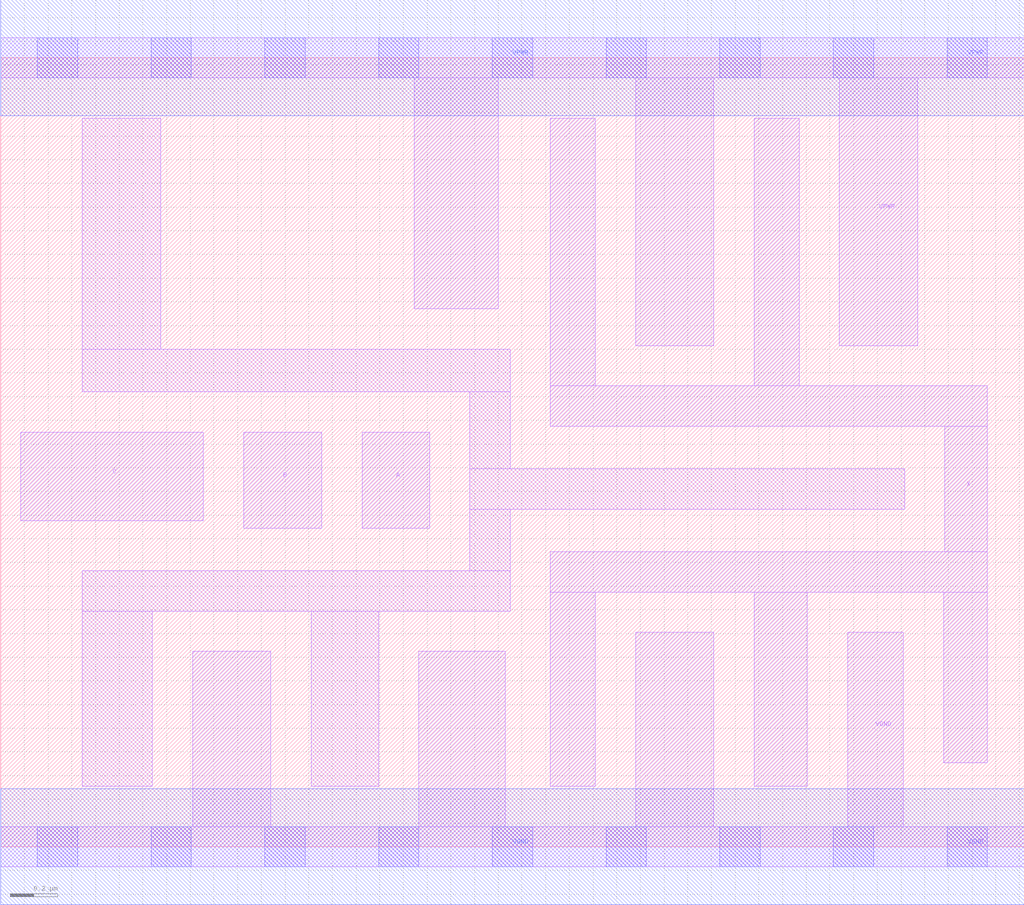
<source format=lef>
# Copyright 2020 The SkyWater PDK Authors
#
# Licensed under the Apache License, Version 2.0 (the "License");
# you may not use this file except in compliance with the License.
# You may obtain a copy of the License at
#
#     https://www.apache.org/licenses/LICENSE-2.0
#
# Unless required by applicable law or agreed to in writing, software
# distributed under the License is distributed on an "AS IS" BASIS,
# WITHOUT WARRANTIES OR CONDITIONS OF ANY KIND, either express or implied.
# See the License for the specific language governing permissions and
# limitations under the License.
#
# SPDX-License-Identifier: Apache-2.0

VERSION 5.7 ;
  NAMESCASESENSITIVE ON ;
  NOWIREEXTENSIONATPIN ON ;
  DIVIDERCHAR "/" ;
  BUSBITCHARS "[]" ;
UNITS
  DATABASE MICRONS 200 ;
END UNITS
MACRO sky130_fd_sc_lp__or3_4
  CLASS CORE ;
  SOURCE USER ;
  FOREIGN sky130_fd_sc_lp__or3_4 ;
  ORIGIN  0.000000  0.000000 ;
  SIZE  4.320000 BY  3.330000 ;
  SYMMETRY X Y R90 ;
  SITE unit ;
  PIN A
    ANTENNAGATEAREA  0.315000 ;
    DIRECTION INPUT ;
    USE SIGNAL ;
    PORT
      LAYER li1 ;
        RECT 1.525000 1.345000 1.810000 1.750000 ;
    END
  END A
  PIN B
    ANTENNAGATEAREA  0.315000 ;
    DIRECTION INPUT ;
    USE SIGNAL ;
    PORT
      LAYER li1 ;
        RECT 1.025000 1.345000 1.355000 1.750000 ;
    END
  END B
  PIN C
    ANTENNAGATEAREA  0.315000 ;
    DIRECTION INPUT ;
    USE SIGNAL ;
    PORT
      LAYER li1 ;
        RECT 0.085000 1.375000 0.855000 1.750000 ;
    END
  END C
  PIN X
    ANTENNADIFFAREA  1.176000 ;
    DIRECTION OUTPUT ;
    USE SIGNAL ;
    PORT
      LAYER li1 ;
        RECT 2.320000 0.255000 2.510000 1.075000 ;
        RECT 2.320000 1.075000 4.165000 1.245000 ;
        RECT 2.320000 1.775000 4.165000 1.945000 ;
        RECT 2.320000 1.945000 2.510000 3.075000 ;
        RECT 3.180000 0.255000 3.405000 1.075000 ;
        RECT 3.180000 1.945000 3.370000 3.075000 ;
        RECT 3.980000 0.355000 4.165000 1.075000 ;
        RECT 3.985000 1.245000 4.165000 1.775000 ;
    END
  END X
  PIN VGND
    DIRECTION INOUT ;
    USE GROUND ;
    PORT
      LAYER li1 ;
        RECT 0.000000 -0.085000 4.320000 0.085000 ;
        RECT 0.810000  0.085000 1.140000 0.825000 ;
        RECT 1.765000  0.085000 2.130000 0.825000 ;
        RECT 2.680000  0.085000 3.010000 0.905000 ;
        RECT 3.575000  0.085000 3.810000 0.905000 ;
      LAYER mcon ;
        RECT 0.155000 -0.085000 0.325000 0.085000 ;
        RECT 0.635000 -0.085000 0.805000 0.085000 ;
        RECT 1.115000 -0.085000 1.285000 0.085000 ;
        RECT 1.595000 -0.085000 1.765000 0.085000 ;
        RECT 2.075000 -0.085000 2.245000 0.085000 ;
        RECT 2.555000 -0.085000 2.725000 0.085000 ;
        RECT 3.035000 -0.085000 3.205000 0.085000 ;
        RECT 3.515000 -0.085000 3.685000 0.085000 ;
        RECT 3.995000 -0.085000 4.165000 0.085000 ;
      LAYER met1 ;
        RECT 0.000000 -0.245000 4.320000 0.245000 ;
    END
  END VGND
  PIN VPWR
    DIRECTION INOUT ;
    USE POWER ;
    PORT
      LAYER li1 ;
        RECT 0.000000 3.245000 4.320000 3.415000 ;
        RECT 1.745000 2.270000 2.100000 3.245000 ;
        RECT 2.680000 2.115000 3.010000 3.245000 ;
        RECT 3.540000 2.115000 3.870000 3.245000 ;
      LAYER mcon ;
        RECT 0.155000 3.245000 0.325000 3.415000 ;
        RECT 0.635000 3.245000 0.805000 3.415000 ;
        RECT 1.115000 3.245000 1.285000 3.415000 ;
        RECT 1.595000 3.245000 1.765000 3.415000 ;
        RECT 2.075000 3.245000 2.245000 3.415000 ;
        RECT 2.555000 3.245000 2.725000 3.415000 ;
        RECT 3.035000 3.245000 3.205000 3.415000 ;
        RECT 3.515000 3.245000 3.685000 3.415000 ;
        RECT 3.995000 3.245000 4.165000 3.415000 ;
      LAYER met1 ;
        RECT 0.000000 3.085000 4.320000 3.575000 ;
    END
  END VPWR
  OBS
    LAYER li1 ;
      RECT 0.345000 0.255000 0.640000 0.995000 ;
      RECT 0.345000 0.995000 2.150000 1.165000 ;
      RECT 0.345000 1.920000 2.150000 2.100000 ;
      RECT 0.345000 2.100000 0.675000 3.075000 ;
      RECT 1.310000 0.255000 1.595000 0.995000 ;
      RECT 1.980000 1.165000 2.150000 1.425000 ;
      RECT 1.980000 1.425000 3.815000 1.595000 ;
      RECT 1.980000 1.595000 2.150000 1.920000 ;
  END
END sky130_fd_sc_lp__or3_4

</source>
